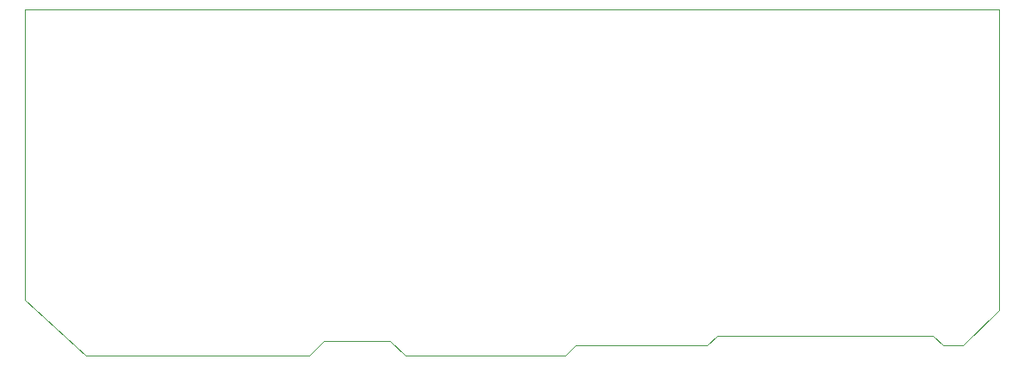
<source format=gbr>
%TF.GenerationSoftware,KiCad,Pcbnew,7.0.6*%
%TF.CreationDate,2023-07-18T02:13:15+02:00*%
%TF.ProjectId,ledboad,6c656462-6f61-4642-9e6b-696361645f70,rev?*%
%TF.SameCoordinates,Original*%
%TF.FileFunction,Profile,NP*%
%FSLAX46Y46*%
G04 Gerber Fmt 4.6, Leading zero omitted, Abs format (unit mm)*
G04 Created by KiCad (PCBNEW 7.0.6) date 2023-07-18 02:13:15*
%MOMM*%
%LPD*%
G01*
G04 APERTURE LIST*
%TA.AperFunction,Profile*%
%ADD10C,0.100000*%
%TD*%
G04 APERTURE END LIST*
D10*
X113000000Y-51500000D02*
X114000000Y-50500000D01*
X114000000Y-50500000D02*
X135250000Y-50500000D01*
X100000000Y-51500000D02*
X113000000Y-51500000D01*
X45750000Y-18250000D02*
X45750000Y-47000000D01*
X136250000Y-51500000D02*
X135250000Y-50500000D01*
X141750000Y-48000000D02*
X141750000Y-18250000D01*
X73750000Y-52500000D02*
X75250000Y-51000000D01*
X141750000Y-18250000D02*
X45750000Y-18250000D01*
X83250000Y-52500000D02*
X99000000Y-52500000D01*
X75250000Y-51000000D02*
X81750000Y-51000000D01*
X51750000Y-52500000D02*
X45750000Y-47000000D01*
X51750000Y-52500000D02*
X73750000Y-52500000D01*
X138250000Y-51500000D02*
X141750000Y-48000000D01*
X99000000Y-52500000D02*
X100000000Y-51500000D01*
X136250000Y-51500000D02*
X138250000Y-51500000D01*
X81750000Y-51000000D02*
X83250000Y-52500000D01*
M02*

</source>
